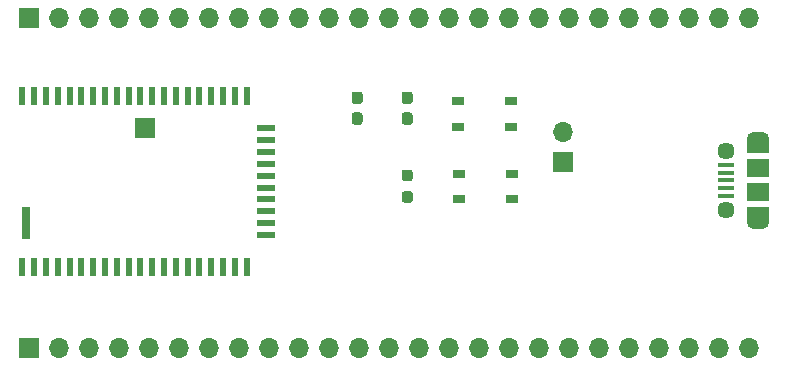
<source format=gbr>
%TF.GenerationSoftware,KiCad,Pcbnew,(5.1.9)-1*%
%TF.CreationDate,2021-12-20T00:17:31+00:00*%
%TF.ProjectId,BM83 breakout,424d3833-2062-4726-9561-6b6f75742e6b,rev?*%
%TF.SameCoordinates,Original*%
%TF.FileFunction,Soldermask,Top*%
%TF.FilePolarity,Negative*%
%FSLAX46Y46*%
G04 Gerber Fmt 4.6, Leading zero omitted, Abs format (unit mm)*
G04 Created by KiCad (PCBNEW (5.1.9)-1) date 2021-12-20 00:17:31*
%MOMM*%
%LPD*%
G01*
G04 APERTURE LIST*
%ADD10R,1.900000X1.200000*%
%ADD11O,1.900000X1.200000*%
%ADD12R,1.900000X1.500000*%
%ADD13C,1.450000*%
%ADD14R,1.350000X0.400000*%
%ADD15O,1.700000X1.700000*%
%ADD16R,1.700000X1.700000*%
%ADD17R,1.780000X1.780000*%
%ADD18R,0.760000X2.790000*%
%ADD19R,0.600000X1.500000*%
%ADD20R,1.500000X0.600000*%
%ADD21R,1.000000X0.750000*%
G04 APERTURE END LIST*
D10*
%TO.C,J3*%
X135349500Y-100436000D03*
X135349500Y-94636000D03*
D11*
X135349500Y-94036000D03*
X135349500Y-101036000D03*
D12*
X135349500Y-98536000D03*
D13*
X132649500Y-95036000D03*
D14*
X132649500Y-97536000D03*
X132649500Y-96886000D03*
X132649500Y-96236000D03*
X132649500Y-98836000D03*
X132649500Y-98186000D03*
D13*
X132649500Y-100036000D03*
D12*
X135349500Y-96536000D03*
%TD*%
D15*
%TO.C,J1*%
X134620000Y-111760000D03*
X132080000Y-111760000D03*
X129540000Y-111760000D03*
X127000000Y-111760000D03*
X124460000Y-111760000D03*
X121920000Y-111760000D03*
X119380000Y-111760000D03*
X116840000Y-111760000D03*
X114300000Y-111760000D03*
X111760000Y-111760000D03*
X109220000Y-111760000D03*
X106680000Y-111760000D03*
X104140000Y-111760000D03*
X101600000Y-111760000D03*
X99060000Y-111760000D03*
X96520000Y-111760000D03*
X93980000Y-111760000D03*
X91440000Y-111760000D03*
X88900000Y-111760000D03*
X86360000Y-111760000D03*
X83820000Y-111760000D03*
X81280000Y-111760000D03*
X78740000Y-111760000D03*
X76200000Y-111760000D03*
D16*
X73660000Y-111760000D03*
%TD*%
D17*
%TO.C,U1*%
X83510000Y-93136000D03*
D18*
X73400000Y-101196000D03*
D19*
X73080000Y-90406000D03*
X74080000Y-90406000D03*
X75080000Y-90406000D03*
X76080000Y-90406000D03*
X77080000Y-90406000D03*
X78080000Y-90406000D03*
X79080000Y-90406000D03*
X80080000Y-90406000D03*
X81080000Y-90406000D03*
X82080000Y-90406000D03*
X83080000Y-90406000D03*
X84080000Y-90406000D03*
X85080000Y-90406000D03*
X86080000Y-90406000D03*
X87080000Y-90406000D03*
X88080000Y-90406000D03*
X89080000Y-90406000D03*
X90080000Y-90406000D03*
X91080000Y-90406000D03*
X92080000Y-90406000D03*
D20*
X93730000Y-93156000D03*
X93730000Y-94156000D03*
X93730000Y-95156000D03*
X93730000Y-96156000D03*
X93730000Y-97156000D03*
X93730000Y-98156000D03*
X93730000Y-99156000D03*
X93730000Y-100156000D03*
X93730000Y-101156000D03*
X93730000Y-102156000D03*
D19*
X92080000Y-104906000D03*
X91080000Y-104906000D03*
X90080000Y-104906000D03*
X89080000Y-104906000D03*
X88080000Y-104906000D03*
X87080000Y-104906000D03*
X86080000Y-104906000D03*
X85080000Y-104906000D03*
X84080000Y-104906000D03*
X83080000Y-104906000D03*
X82080000Y-104906000D03*
X81080000Y-104906000D03*
X80080000Y-104906000D03*
X79080000Y-104906000D03*
X78080000Y-104906000D03*
X77080000Y-104906000D03*
X76080000Y-104906000D03*
X75080000Y-104906000D03*
X74080000Y-104906000D03*
X73080000Y-104906000D03*
%TD*%
D21*
%TO.C,RST*%
X110069022Y-96972303D03*
X114569022Y-96972303D03*
X114569022Y-99122303D03*
X110069022Y-99122303D03*
%TD*%
%TO.C,MFB*%
X114466978Y-93019697D03*
X109966978Y-93019697D03*
X109966978Y-90869697D03*
X114466978Y-90869697D03*
%TD*%
%TO.C,R1*%
G36*
G01*
X105901500Y-97619000D02*
X105426500Y-97619000D01*
G75*
G02*
X105189000Y-97381500I0J237500D01*
G01*
X105189000Y-96881500D01*
G75*
G02*
X105426500Y-96644000I237500J0D01*
G01*
X105901500Y-96644000D01*
G75*
G02*
X106139000Y-96881500I0J-237500D01*
G01*
X106139000Y-97381500D01*
G75*
G02*
X105901500Y-97619000I-237500J0D01*
G01*
G37*
G36*
G01*
X105901500Y-99444000D02*
X105426500Y-99444000D01*
G75*
G02*
X105189000Y-99206500I0J237500D01*
G01*
X105189000Y-98706500D01*
G75*
G02*
X105426500Y-98469000I237500J0D01*
G01*
X105901500Y-98469000D01*
G75*
G02*
X106139000Y-98706500I0J-237500D01*
G01*
X106139000Y-99206500D01*
G75*
G02*
X105901500Y-99444000I-237500J0D01*
G01*
G37*
%TD*%
D15*
%TO.C,JP1*%
X118872000Y-93472000D03*
D16*
X118872000Y-96012000D03*
%TD*%
D15*
%TO.C,J2*%
X134620000Y-83820000D03*
X132080000Y-83820000D03*
X129540000Y-83820000D03*
X127000000Y-83820000D03*
X124460000Y-83820000D03*
X121920000Y-83820000D03*
X119380000Y-83820000D03*
X116840000Y-83820000D03*
X114300000Y-83820000D03*
X111760000Y-83820000D03*
X109220000Y-83820000D03*
X106680000Y-83820000D03*
X104140000Y-83820000D03*
X101600000Y-83820000D03*
X99060000Y-83820000D03*
X96520000Y-83820000D03*
X93980000Y-83820000D03*
X91440000Y-83820000D03*
X88900000Y-83820000D03*
X86360000Y-83820000D03*
X83820000Y-83820000D03*
X81280000Y-83820000D03*
X78740000Y-83820000D03*
X76200000Y-83820000D03*
D16*
X73660000Y-83820000D03*
%TD*%
%TO.C,D2*%
G36*
G01*
X101190500Y-91790000D02*
X101665500Y-91790000D01*
G75*
G02*
X101903000Y-92027500I0J-237500D01*
G01*
X101903000Y-92602500D01*
G75*
G02*
X101665500Y-92840000I-237500J0D01*
G01*
X101190500Y-92840000D01*
G75*
G02*
X100953000Y-92602500I0J237500D01*
G01*
X100953000Y-92027500D01*
G75*
G02*
X101190500Y-91790000I237500J0D01*
G01*
G37*
G36*
G01*
X101190500Y-90040000D02*
X101665500Y-90040000D01*
G75*
G02*
X101903000Y-90277500I0J-237500D01*
G01*
X101903000Y-90852500D01*
G75*
G02*
X101665500Y-91090000I-237500J0D01*
G01*
X101190500Y-91090000D01*
G75*
G02*
X100953000Y-90852500I0J237500D01*
G01*
X100953000Y-90277500D01*
G75*
G02*
X101190500Y-90040000I237500J0D01*
G01*
G37*
%TD*%
%TO.C,D1*%
G36*
G01*
X105426500Y-91790000D02*
X105901500Y-91790000D01*
G75*
G02*
X106139000Y-92027500I0J-237500D01*
G01*
X106139000Y-92602500D01*
G75*
G02*
X105901500Y-92840000I-237500J0D01*
G01*
X105426500Y-92840000D01*
G75*
G02*
X105189000Y-92602500I0J237500D01*
G01*
X105189000Y-92027500D01*
G75*
G02*
X105426500Y-91790000I237500J0D01*
G01*
G37*
G36*
G01*
X105426500Y-90040000D02*
X105901500Y-90040000D01*
G75*
G02*
X106139000Y-90277500I0J-237500D01*
G01*
X106139000Y-90852500D01*
G75*
G02*
X105901500Y-91090000I-237500J0D01*
G01*
X105426500Y-91090000D01*
G75*
G02*
X105189000Y-90852500I0J237500D01*
G01*
X105189000Y-90277500D01*
G75*
G02*
X105426500Y-90040000I237500J0D01*
G01*
G37*
%TD*%
M02*

</source>
